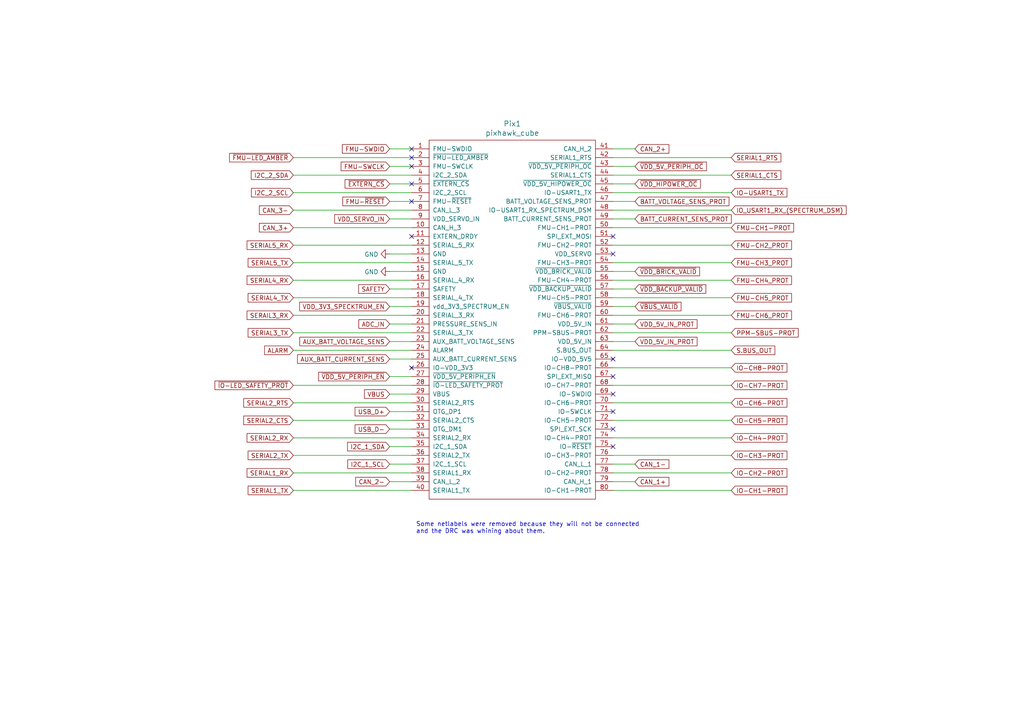
<source format=kicad_sch>
(kicad_sch (version 20231120) (generator "eeschema") (generator_version "8.0")
  (paper "A4")
  (title_block (date "2020-09-27") (rev "0.1") (comment 4 "Author - Mark Funderburk"))
  (lib_symbols
    (symbol "SAM4_Mainboard-rescue:GND-power-P2_PowerSystem-rescue" (power) (pin_names (offset 0))
      (property "Value" "P2_PowerSystem-rescue_GND-power" (at 0 -3.81 0))
      (symbol "GND-power-P2_PowerSystem-rescue_0_1"
        (polyline (pts (xy 0 0) (xy 0 -1.27) (xy 1.27 -1.27) (xy 0 -2.54) (xy -1.27 -1.27) (xy 0 -1.27)))
      )
      (symbol "GND-power-P2_PowerSystem-rescue_1_1"
        (pin power_in line (at 0 0 270) (length 0) hide (name "GND") (number "1"))
      )
    )
    (symbol "SAM4_Mainboard-rescue:pixhawk_cube-pixhawk_cube_monobloc-P2_PowerSystem-rescue" (pin_names (offset 1.016))
      (property "Reference" "Pix" (at -1.27 -54.61 0))
      (property "Value" "P2_PowerSystem-rescue_pixhawk_cube-pixhawk_cube_monobloc" (at 0 53.34 0))
      (symbol "pixhawk_cube-pixhawk_cube_monobloc-P2_PowerSystem-rescue_0_1"
        (rectangle (start -22.86 50.8) (end 25.4 -53.34))
      )
      (symbol "pixhawk_cube-pixhawk_cube_monobloc-P2_PowerSystem-rescue_1_1"
        (pin bidirectional line (at -27.94 48.26 0) (length 5.08) (name "FMU-SWDIO") (number "1"))
        (pin output line (at -27.94 25.4 0) (length 5.08) (name "CAN_H_3") (number "10"))
        (pin input line (at -27.94 22.86 0) (length 5.08) (name "EXTERN_DRDY") (number "11"))
        (pin input line (at -27.94 20.32 0) (length 5.08) (name "SERIAL_5_RX") (number "12"))
        (pin input line (at -27.94 17.78 0) (length 5.08) (name "GND") (number "13"))
        (pin output line (at -27.94 15.24 0) (length 5.08) (name "SERIAL_5_TX") (number "14"))
        (pin input line (at -27.94 12.7 0) (length 5.08) (name "GND") (number "15"))
        (pin input line (at -27.94 10.16 0) (length 5.08) (name "SERIAL_4_RX") (number "16"))
        (pin input line (at -27.94 7.62 0) (length 5.08) (name "SAFETY") (number "17"))
        (pin output line (at -27.94 5.08 0) (length 5.08) (name "SERIAL_4_TX") (number "18"))
        (pin output line (at -27.94 2.54 0) (length 5.08) (name "vdd_3V3_SPECTRUM_EN") (number "19"))
        (pin output line (at -27.94 45.72 0) (length 5.08) (name "~{FMU-LED_AMBER}") (number "2"))
        (pin input line (at -27.94 0 0) (length 5.08) (name "SERIAL_3_RX") (number "20"))
        (pin input line (at -27.94 -2.54 0) (length 5.08) (name "PRESSURE_SENS_IN") (number "21"))
        (pin output line (at -27.94 -5.08 0) (length 5.08) (name "SERIAL_3_TX") (number "22"))
        (pin input line (at -27.94 -7.62 0) (length 5.08) (name "AUX_BATT_VOLTAGE_SENS") (number "23"))
        (pin output line (at -27.94 -10.16 0) (length 5.08) (name "ALARM") (number "24"))
        (pin input line (at -27.94 -12.7 0) (length 5.08) (name "AUX_BATT_CURRENT_SENS") (number "25"))
        (pin no_connect line (at -27.94 -15.24 0) (length 5.08) (name "IO-VDD_3V3") (number "26"))
        (pin output line (at -27.94 -17.78 0) (length 5.08) (name "~{VDD_5V_PERIPH_EN}") (number "27"))
        (pin output line (at -27.94 -20.32 0) (length 5.08) (name "~{IO-LED_SAFETY_PROT}") (number "28"))
        (pin input line (at -27.94 -22.86 0) (length 5.08) (name "VBUS") (number "29"))
        (pin output line (at -27.94 43.18 0) (length 5.08) (name "FMU-SWCLK") (number "3"))
        (pin output line (at -27.94 -25.4 0) (length 5.08) (name "SERIAL2_RTS") (number "30"))
        (pin bidirectional line (at -27.94 -27.94 0) (length 5.08) (name "OTG_DP1") (number "31"))
        (pin input line (at -27.94 -30.48 0) (length 5.08) (name "SERIAL2_CTS") (number "32"))
        (pin bidirectional line (at -27.94 -33.02 0) (length 5.08) (name "OTG_DM1") (number "33"))
        (pin input line (at -27.94 -35.56 0) (length 5.08) (name "SERIAL2_RX") (number "34"))
        (pin bidirectional line (at -27.94 -38.1 0) (length 5.08) (name "I2C_1_SDA") (number "35"))
        (pin output line (at -27.94 -40.64 0) (length 5.08) (name "SERIAL2_TX") (number "36"))
        (pin output line (at -27.94 -43.18 0) (length 5.08) (name "I2C_1_SCL") (number "37"))
        (pin input line (at -27.94 -45.72 0) (length 5.08) (name "SERIAL1_RX") (number "38"))
        (pin bidirectional line (at -27.94 -48.26 0) (length 5.08) (name "CAN_L_2") (number "39"))
        (pin bidirectional line (at -27.94 40.64 0) (length 5.08) (name "I2C_2_SDA") (number "4"))
        (pin output line (at -27.94 -50.8 0) (length 5.08) (name "SERIAL1_TX") (number "40"))
        (pin bidirectional line (at 30.48 48.26 180) (length 5.08) (name "CAN_H_2") (number "41"))
        (pin output line (at 30.48 45.72 180) (length 5.08) (name "SERIAL1_RTS") (number "42"))
        (pin input line (at 30.48 43.18 180) (length 5.08) (name "~{VDD_5V_PERIPH_OC}") (number "43"))
        (pin output line (at 30.48 40.64 180) (length 5.08) (name "SERIAL1_CTS") (number "44"))
        (pin input line (at 30.48 38.1 180) (length 5.08) (name "~{VDD_5V_HIPOWER_OC}") (number "45"))
        (pin output line (at 30.48 35.56 180) (length 5.08) (name "IO-USART1_TX") (number "46"))
        (pin input line (at 30.48 33.02 180) (length 5.08) (name "BATT_VOLTAGE_SENS_PROT") (number "47"))
        (pin input line (at 30.48 30.48 180) (length 5.08) (name "IO-USART1_RX_SPECTRUM_DSM") (number "48"))
        (pin input line (at 30.48 27.94 180) (length 5.08) (name "BATT_CURRENT_SENS_PROT") (number "49"))
        (pin output line (at -27.94 38.1 0) (length 5.08) (name "~{EXTERN_CS}") (number "5"))
        (pin output line (at 30.48 25.4 180) (length 5.08) (name "FMU-CH1-PROT") (number "50"))
        (pin output line (at 30.48 22.86 180) (length 5.08) (name "SPI_EXT_MOSI") (number "51"))
        (pin output line (at 30.48 20.32 180) (length 5.08) (name "FMU-CH2-PROT") (number "52"))
        (pin input line (at 30.48 17.78 180) (length 5.08) (name "VDD_SERVO") (number "53"))
        (pin output line (at 30.48 15.24 180) (length 5.08) (name "FMU-CH3-PROT") (number "54"))
        (pin input line (at 30.48 12.7 180) (length 5.08) (name "~{VDD_BRICK_VALID}") (number "55"))
        (pin output line (at 30.48 10.16 180) (length 5.08) (name "FMU-CH4-PROT") (number "56"))
        (pin input line (at 30.48 7.62 180) (length 5.08) (name "~{VDD_BACKUP_VALID}") (number "57"))
        (pin output line (at 30.48 5.08 180) (length 5.08) (name "FMU-CH5-PROT") (number "58"))
        (pin input line (at 30.48 2.54 180) (length 5.08) (name "~{VBUS_VALID}") (number "59"))
        (pin output line (at -27.94 35.56 0) (length 5.08) (name "I2C_2_SCL") (number "6"))
        (pin output line (at 30.48 0 180) (length 5.08) (name "FMU-CH6-PROT") (number "60"))
        (pin input line (at 30.48 -2.54 180) (length 5.08) (name "VDD_5V_IN") (number "61"))
        (pin input line (at 30.48 -5.08 180) (length 5.08) (name "PPM-SBUS-PROT") (number "62"))
        (pin input line (at 30.48 -7.62 180) (length 5.08) (name "VDD_5V_IN") (number "63"))
        (pin output line (at 30.48 -10.16 180) (length 5.08) (name "S.BUS_OUT") (number "64"))
        (pin no_connect line (at 30.48 -12.7 180) (length 5.08) (name "IO-VDD_5V5") (number "65"))
        (pin output line (at 30.48 -15.24 180) (length 5.08) (name "IO-CH8-PROT") (number "66"))
        (pin input line (at 30.48 -17.78 180) (length 5.08) (name "SPI_EXT_MISO") (number "67"))
        (pin output line (at 30.48 -20.32 180) (length 5.08) (name "IO-CH7-PROT") (number "68"))
        (pin bidirectional line (at 30.48 -22.86 180) (length 5.08) (name "IO-SWDIO") (number "69"))
        (pin input line (at -27.94 33.02 0) (length 5.08) (name "FMU-~{RESET}") (number "7"))
        (pin output line (at 30.48 -25.4 180) (length 5.08) (name "IO-CH6-PROT") (number "70"))
        (pin output line (at 30.48 -27.94 180) (length 5.08) (name "IO-SWCLK") (number "71"))
        (pin output line (at 30.48 -30.48 180) (length 5.08) (name "IO-CH5-PROT") (number "72"))
        (pin output line (at 30.48 -33.02 180) (length 5.08) (name "SPI_EXT_SCK") (number "73"))
        (pin output line (at 30.48 -35.56 180) (length 5.08) (name "IO-CH4-PROT") (number "74"))
        (pin input line (at 30.48 -38.1 180) (length 5.08) (name "IO-~{RESET}") (number "75"))
        (pin output line (at 30.48 -40.64 180) (length 5.08) (name "IO-CH3-PROT") (number "76"))
        (pin bidirectional line (at 30.48 -43.18 180) (length 5.08) (name "CAN_L_1") (number "77"))
        (pin output line (at 30.48 -45.72 180) (length 5.08) (name "IO-CH2-PROT") (number "78"))
        (pin bidirectional line (at 30.48 -48.26 180) (length 5.08) (name "CAN_H_1") (number "79"))
        (pin output line (at -27.94 30.48 0) (length 5.08) (name "CAN_L_3") (number "8"))
        (pin output line (at 30.48 -50.8 180) (length 5.08) (name "IO-CH1-PROT") (number "80"))
        (pin input line (at -27.94 27.94 0) (length 5.08) (name "VDD_SERVO_IN") (number "9"))
      )
    )
  )
  (no_connect (at 177.8 109.22))
  (no_connect (at 119.38 45.72))
  (no_connect (at 177.8 73.66))
  (no_connect (at 177.8 68.58))
  (no_connect (at 177.8 129.54))
  (no_connect (at 119.38 106.68))
  (no_connect (at 119.38 68.58))
  (no_connect (at 119.38 43.18))
  (no_connect (at 177.8 104.14))
  (no_connect (at 177.8 119.38))
  (no_connect (at 119.38 53.34))
  (no_connect (at 177.8 114.3))
  (no_connect (at 119.38 58.42))
  (no_connect (at 177.8 124.46))
  (no_connect (at 119.38 48.26))
  (wire (pts (xy 113.03 119.38) (xy 119.38 119.38)))
  (wire (pts (xy 184.15 43.18) (xy 177.8 43.18)))
  (wire (pts (xy 177.8 66.04) (xy 212.09 66.04)))
  (wire (pts (xy 177.8 116.84) (xy 212.09 116.84)))
  (wire (pts (xy 177.8 78.74) (xy 184.15 78.74)))
  (wire (pts (xy 177.8 132.08) (xy 212.09 132.08)))
  (wire (pts (xy 119.38 43.18) (xy 113.03 43.18)))
  (wire (pts (xy 177.8 127) (xy 212.09 127)))
  (wire (pts (xy 177.8 91.44) (xy 212.09 91.44)))
  (wire (pts (xy 177.8 121.92) (xy 212.09 121.92)))
  (wire (pts (xy 177.8 53.34) (xy 184.15 53.34)))
  (wire (pts (xy 177.8 101.6) (xy 212.09 101.6)))
  (wire (pts (xy 113.03 88.9) (xy 119.38 88.9)))
  (wire (pts (xy 119.38 134.62) (xy 113.03 134.62)))
  (wire (pts (xy 177.8 106.68) (xy 212.09 106.68)))
  (wire (pts (xy 113.03 93.98) (xy 119.38 93.98)))
  (wire (pts (xy 119.38 86.36) (xy 85.09 86.36)))
  (wire (pts (xy 85.09 50.8) (xy 119.38 50.8)))
  (wire (pts (xy 177.8 63.5) (xy 184.15 63.5)))
  (wire (pts (xy 119.38 111.76) (xy 85.09 111.76)))
  (wire (pts (xy 119.38 121.92) (xy 85.09 121.92)))
  (wire (pts (xy 119.38 116.84) (xy 85.09 116.84)))
  (wire (pts (xy 113.03 114.3) (xy 119.38 114.3)))
  (wire (pts (xy 119.38 91.44) (xy 85.09 91.44)))
  (wire (pts (xy 113.03 104.14) (xy 119.38 104.14)))
  (wire (pts (xy 177.8 50.8) (xy 212.09 50.8)))
  (wire (pts (xy 177.8 137.16) (xy 212.09 137.16)))
  (wire (pts (xy 177.8 142.24) (xy 212.09 142.24)))
  (wire (pts (xy 85.09 142.24) (xy 119.38 142.24)))
  (wire (pts (xy 177.8 71.12) (xy 212.09 71.12)))
  (wire (pts (xy 177.8 60.96) (xy 212.09 60.96)))
  (wire (pts (xy 177.8 55.88) (xy 212.09 55.88)))
  (wire (pts (xy 119.38 60.96) (xy 85.09 60.96)))
  (wire (pts (xy 119.38 101.6) (xy 85.09 101.6)))
  (wire (pts (xy 177.8 83.82) (xy 184.15 83.82)))
  (wire (pts (xy 177.8 88.9) (xy 184.15 88.9)))
  (wire (pts (xy 119.38 129.54) (xy 113.03 129.54)))
  (wire (pts (xy 119.38 66.04) (xy 85.09 66.04)))
  (wire (pts (xy 177.8 45.72) (xy 212.09 45.72)))
  (wire (pts (xy 119.38 45.72) (xy 85.09 45.72)))
  (wire (pts (xy 119.38 76.2) (xy 85.09 76.2)))
  (wire (pts (xy 177.8 139.7) (xy 184.15 139.7)))
  (wire (pts (xy 119.38 81.28) (xy 85.09 81.28)))
  (wire (pts (xy 113.03 109.22) (xy 119.38 109.22)))
  (wire (pts (xy 177.8 111.76) (xy 212.09 111.76)))
  (wire (pts (xy 113.03 99.06) (xy 119.38 99.06)))
  (wire (pts (xy 113.03 78.74) (xy 119.38 78.74)))
  (wire (pts (xy 113.03 53.34) (xy 119.38 53.34)))
  (wire (pts (xy 177.8 81.28) (xy 212.09 81.28)))
  (wire (pts (xy 177.8 48.26) (xy 184.15 48.26)))
  (wire (pts (xy 113.03 124.46) (xy 119.38 124.46)))
  (wire (pts (xy 177.8 86.36) (xy 212.09 86.36)))
  (wire (pts (xy 119.38 139.7) (xy 113.03 139.7)))
  (wire (pts (xy 119.38 137.16) (xy 85.09 137.16)))
  (wire (pts (xy 177.8 134.62) (xy 184.15 134.62)))
  (wire (pts (xy 113.03 73.66) (xy 119.38 73.66)))
  (wire (pts (xy 113.03 83.82) (xy 119.38 83.82)))
  (wire (pts (xy 113.03 58.42) (xy 119.38 58.42)))
  (wire (pts (xy 177.8 76.2) (xy 212.09 76.2)))
  (wire (pts (xy 177.8 99.06) (xy 184.15 99.06)))
  (wire (pts (xy 119.38 71.12) (xy 85.09 71.12)))
  (wire (pts (xy 113.03 48.26) (xy 119.38 48.26)))
  (wire (pts (xy 119.38 127) (xy 85.09 127)))
  (wire (pts (xy 119.38 96.52) (xy 85.09 96.52)))
  (wire (pts (xy 177.8 96.52) (xy 212.09 96.52)))
  (wire (pts (xy 119.38 132.08) (xy 85.09 132.08)))
  (wire (pts (xy 113.03 63.5) (xy 119.38 63.5)))
  (wire (pts (xy 119.38 55.88) (xy 85.09 55.88)))
  (wire (pts (xy 177.8 93.98) (xy 184.15 93.98)))
  (wire (pts (xy 177.8 58.42) (xy 184.15 58.42)))
  (text "Some netlabels were removed because they will not be connected\nand the DRC was whining about them." (at 120.65 154.94 0) (effects (font (size 1.27 1.27)) (justify left bottom)))
  (global_label "I2C_2_SDA" (shape input) (at 85.09 50.8 180) (property "Intersheetrefs" "${INTERSHEET_REFS}" (effects (hide yes))))
  (global_label "IO-CH2-PROT" (shape input) (at 212.09 137.16 0) (property "Intersheetrefs" "${INTERSHEET_REFS}" (effects (hide yes))))
  (global_label "IO-CH5-PROT" (shape input) (at 212.09 121.92 0) (property "Intersheetrefs" "${INTERSHEET_REFS}" (effects (hide yes))))
  (global_label "SERIAL2_RX" (shape input) (at 85.09 127 180) (property "Intersheetrefs" "${INTERSHEET_REFS}" (effects (hide yes))))
  (global_label "USB_D-" (shape input) (at 113.03 124.46 180) (property "Intersheetrefs" "${INTERSHEET_REFS}" (effects (hide yes))))
  (global_label "FMU-CH6_PROT" (shape input) (at 212.09 91.44 0) (property "Intersheetrefs" "${INTERSHEET_REFS}" (effects (hide yes))))
  (global_label "IO-CH6-PROT" (shape input) (at 212.09 116.84 0) (property "Intersheetrefs" "${INTERSHEET_REFS}" (effects (hide yes))))
  (global_label "FMU-~{RESET}" (shape input) (at 113.03 58.42 180) (property "Intersheetrefs" "${INTERSHEET_REFS}" (effects (hide yes))))
  (global_label "ALARM" (shape input) (at 85.09 101.6 180) (property "Intersheetrefs" "${INTERSHEET_REFS}" (effects (hide yes))))
  (global_label "~{EXTERN_CS}" (shape input) (at 113.03 53.34 180) (property "Intersheetrefs" "${INTERSHEET_REFS}" (effects (hide yes))))
  (global_label "VDD_5V_IN_PROT" (shape input) (at 184.15 99.06 0) (property "Intersheetrefs" "${INTERSHEET_REFS}" (effects (hide yes))))
  (global_label "ADC_IN" (shape input) (at 113.03 93.98 180) (property "Intersheetrefs" "${INTERSHEET_REFS}" (effects (hide yes))))
  (global_label "SERIAL1_RTS" (shape input) (at 212.09 45.72 0) (property "Intersheetrefs" "${INTERSHEET_REFS}" (effects (hide yes))))
  (global_label "CAN_3-" (shape input) (at 85.09 60.96 180) (property "Intersheetrefs" "${INTERSHEET_REFS}" (effects (hide yes))))
  (global_label "~{VDD_5V_PERIPH_OC}" (shape input) (at 184.15 48.26 0) (property "Intersheetrefs" "${INTERSHEET_REFS}" (effects (hide yes))))
  (global_label "VBUS" (shape input) (at 113.03 114.3 180) (property "Intersheetrefs" "${INTERSHEET_REFS}" (effects (hide yes))))
  (global_label "BATT_VOLTAGE_SENS_PROT" (shape input) (at 184.15 58.42 0) (property "Intersheetrefs" "${INTERSHEET_REFS}" (effects (hide yes))))
  (global_label "VDD_SERVO_IN" (shape input) (at 113.03 63.5 180) (property "Intersheetrefs" "${INTERSHEET_REFS}" (effects (hide yes))))
  (global_label "FMU-SWDIO" (shape input) (at 113.03 43.18 180) (property "Intersheetrefs" "${INTERSHEET_REFS}" (effects (hide yes))))
  (global_label "IO_USART1_RX_(SPECTRUM_DSM)" (shape input) (at 212.09 60.96 0) (property "Intersheetrefs" "${INTERSHEET_REFS}" (effects (hide yes))))
  (global_label "S.BUS_OUT" (shape input) (at 212.09 101.6 0) (property "Intersheetrefs" "${INTERSHEET_REFS}" (effects (hide yes))))
  (global_label "~{FMU-LED_AMBER}" (shape input) (at 85.09 45.72 180) (property "Intersheetrefs" "${INTERSHEET_REFS}" (effects (hide yes))))
  (global_label "I2C_1_SCL" (shape input) (at 113.03 134.62 180) (property "Intersheetrefs" "${INTERSHEET_REFS}" (effects (hide yes))))
  (global_label "FMU-CH3_PROT" (shape input) (at 212.09 76.2 0) (property "Intersheetrefs" "${INTERSHEET_REFS}" (effects (hide yes))))
  (global_label "SERIAL3_TX" (shape input) (at 85.09 96.52 180) (property "Intersheetrefs" "${INTERSHEET_REFS}" (effects (hide yes))))
  (global_label "USB_D+" (shape input) (at 113.03 119.38 180) (property "Intersheetrefs" "${INTERSHEET_REFS}" (effects (hide yes))))
  (global_label "PPM-SBUS-PROT" (shape input) (at 212.09 96.52 0) (property "Intersheetrefs" "${INTERSHEET_REFS}" (effects (hide yes))))
  (global_label "~{VBUS_VALID}" (shape input) (at 184.15 88.9 0) (property "Intersheetrefs" "${INTERSHEET_REFS}" (effects (hide yes))))
  (global_label "IO-CH3-PROT" (shape input) (at 212.09 132.08 0) (property "Intersheetrefs" "${INTERSHEET_REFS}" (effects (hide yes))))
  (global_label "IO-CH7-PROT" (shape input) (at 212.09 111.76 0) (property "Intersheetrefs" "${INTERSHEET_REFS}" (effects (hide yes))))
  (global_label "CAN_2+" (shape input) (at 184.15 43.18 0) (property "Intersheetrefs" "${INTERSHEET_REFS}" (effects (hide yes))))
  (global_label "~{VDD_BACKUP_VALID}" (shape input) (at 184.15 83.82 0) (property "Intersheetrefs" "${INTERSHEET_REFS}" (effects (hide yes))))
  (global_label "SERIAL5_RX" (shape input) (at 85.09 71.12 180) (property "Intersheetrefs" "${INTERSHEET_REFS}" (effects (hide yes))))
  (global_label "I2C_1_SDA" (shape input) (at 113.03 129.54 180) (property "Intersheetrefs" "${INTERSHEET_REFS}" (effects (hide yes))))
  (global_label "SERIAL1_CTS" (shape input) (at 212.09 50.8 0) (property "Intersheetrefs" "${INTERSHEET_REFS}" (effects (hide yes))))
  (global_label "FMU-SWCLK" (shape input) (at 113.03 48.26 180) (property "Intersheetrefs" "${INTERSHEET_REFS}" (effects (hide yes))))
  (global_label "IO-USART1_TX" (shape input) (at 212.09 55.88 0) (property "Intersheetrefs" "${INTERSHEET_REFS}" (effects (hide yes))))
  (global_label "SAFETY" (shape input) (at 113.03 83.82 180) (property "Intersheetrefs" "${INTERSHEET_REFS}" (effects (hide yes))))
  (global_label "SERIAL1_RX" (shape input) (at 85.09 137.16 180) (property "Intersheetrefs" "${INTERSHEET_REFS}" (effects (hide yes))))
  (global_label "SERIAL2_CTS" (shape input) (at 85.09 121.92 180) (property "Intersheetrefs" "${INTERSHEET_REFS}" (effects (hide yes))))
  (global_label "CAN_1-" (shape input) (at 184.15 134.62 0) (property "Intersheetrefs" "${INTERSHEET_REFS}" (effects (hide yes))))
  (global_label "CAN_2-" (shape input) (at 113.03 139.7 180) (property "Intersheetrefs" "${INTERSHEET_REFS}" (effects (hide yes))))
  (global_label "SERAIL3_RX" (shape input) (at 85.09 91.44 180) (property "Intersheetrefs" "${INTERSHEET_REFS}" (effects (hide yes))))
  (global_label "SERIAL4_RX" (shape input) (at 85.09 81.28 180) (property "Intersheetrefs" "${INTERSHEET_REFS}" (effects (hide yes))))
  (global_label "IO-CH4-PROT" (shape input) (at 212.09 127 0) (property "Intersheetrefs" "${INTERSHEET_REFS}" (effects (hide yes))))
  (global_label "VDD_5V_IN_PROT" (shape input) (at 184.15 93.98 0) (property "Intersheetrefs" "${INTERSHEET_REFS}" (effects (hide yes))))
  (global_label "I2C_2_SCL" (shape input) (at 85.09 55.88 180) (property "Intersheetrefs" "${INTERSHEET_REFS}" (effects (hide yes))))
  (global_label "SERIAL2_TX" (shape input) (at 85.09 132.08 180) (property "Intersheetrefs" "${INTERSHEET_REFS}" (effects (hide yes))))
  (global_label "CAN_3+" (shape input) (at 85.09 66.04 180) (property "Intersheetrefs" "${INTERSHEET_REFS}" (effects (hide yes))))
  (global_label "AUX_BATT_VOLTAGE_SENS" (shape input) (at 113.03 99.06 180) (property "Intersheetrefs" "${INTERSHEET_REFS}" (effects (hide yes))))
  (global_label "SERIAL1_TX" (shape input) (at 85.09 142.24 180) (property "Intersheetrefs" "${INTERSHEET_REFS}" (effects (hide yes))))
  (global_label "~{VDD_5V_PERIPH_EN}" (shape input) (at 113.03 109.22 180) (property "Intersheetrefs" "${INTERSHEET_REFS}" (effects (hide yes))))
  (global_label "BATT_CURRENT_SENS_PROT" (shape input) (at 184.15 63.5 0) (property "Intersheetrefs" "${INTERSHEET_REFS}" (effects (hide yes))))
  (global_label "FMU-CH4_PROT" (shape input) (at 212.09 81.28 0) (property "Intersheetrefs" "${INTERSHEET_REFS}" (effects (hide yes))))
  (global_label "SERIAL5_TX" (shape input) (at 85.09 76.2 180) (property "Intersheetrefs" "${INTERSHEET_REFS}" (effects (hide yes))))
  (global_label "SERIAL2_RTS" (shape input) (at 85.09 116.84 180) (property "Intersheetrefs" "${INTERSHEET_REFS}" (effects (hide yes))))
  (global_label "~{IO-LED_SAFETY_PROT}" (shape input) (at 85.09 111.76 180) (property "Intersheetrefs" "${INTERSHEET_REFS}" (effects (hide yes))))
  (global_label "SERIAL4_TX" (shape input) (at 85.09 86.36 180) (property "Intersheetrefs" "${INTERSHEET_REFS}" (effects (hide yes))))
  (global_label "IO-CH8-PROT" (shape input) (at 212.09 106.68 0) (property "Intersheetrefs" "${INTERSHEET_REFS}" (effects (hide yes))))
  (global_label "FMU-CH1-PROT" (shape input) (at 212.09 66.04 0) (property "Intersheetrefs" "${INTERSHEET_REFS}" (effects (hide yes))))
  (global_label "IO-CH1-PROT" (shape input) (at 212.09 142.24 0) (property "Intersheetrefs" "${INTERSHEET_REFS}" (effects (hide yes))))
  (global_label "FMU-CH5_PROT" (shape input) (at 212.09 86.36 0) (property "Intersheetrefs" "${INTERSHEET_REFS}" (effects (hide yes))))
  (global_label "VDD_3V3_SPECKTRUM_EN" (shape input) (at 113.03 88.9 180) (property "Intersheetrefs" "${INTERSHEET_REFS}" (effects (hide yes))))
  (global_label "CAN_1+" (shape input) (at 184.15 139.7 0) (property "Intersheetrefs" "${INTERSHEET_REFS}" (effects (hide yes))))
  (global_label "AUX_BATT_CURRENT_SENS" (shape input) (at 113.03 104.14 180) (property "Intersheetrefs" "${INTERSHEET_REFS}" (effects (hide yes))))
  (global_label "~{VDD_HIPOWER_OC}" (shape input) (at 184.15 53.34 0) (property "Intersheetrefs" "${INTERSHEET_REFS}" (effects (hide yes))))
  (global_label "~{VDD_BRICK_VALID}" (shape input) (at 184.15 78.74 0) (property "Intersheetrefs" "${INTERSHEET_REFS}" (effects (hide yes))))
  (global_label "FMU-CH2_PROT" (shape input) (at 212.09 71.12 0) (property "Intersheetrefs" "${INTERSHEET_REFS}" (effects (hide yes))))
  (symbol (lib_id "SAM4_Mainboard-rescue:pixhawk_cube-pixhawk_cube_monobloc-P2_PowerSystem-rescue") (at 147.32 91.44 0) (unit 1)
    (property "Reference" "Pix1" (at 148.59 35.8902 0) (effects (font (size 1.524 1.524))))
    (property "Value" "pixhawk_cube" (at 148.59 38.5826 0) (effects (font (size 1.524 1.524))))
    (property "Footprint" "SAM4_Mainboard:CUBE_FOOTPRINT" (effects (hide yes)))
    (property "Description" "R2-300-B-6" (effects (hide yes)))
  )
  (symbol (lib_id "SAM4_Mainboard-rescue:GND-power-P2_PowerSystem-rescue") (at 113.03 73.66 270) (unit 1)
    (property "Reference" "#PWR028" (effects (hide yes)))
    (property "Value" "GND" (at 109.7788 73.787 90) (effects (justify right)))
  )
  (symbol (lib_id "SAM4_Mainboard-rescue:GND-power-P2_PowerSystem-rescue") (at 113.03 78.74 270) (unit 1)
    (property "Reference" "#PWR029" (effects (hide yes)))
    (property "Value" "GND" (at 109.7788 78.867 90) (effects (justify right)))
  )
)
</source>
